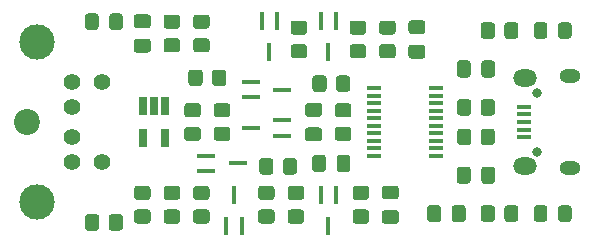
<source format=gbr>
%TF.GenerationSoftware,KiCad,Pcbnew,(5.1.9)-1*%
%TF.CreationDate,2021-12-10T21:49:07-06:00*%
%TF.ProjectId,minirib-usb,6d696e69-7269-4622-9d75-73622e6b6963,A*%
%TF.SameCoordinates,Original*%
%TF.FileFunction,Soldermask,Top*%
%TF.FilePolarity,Negative*%
%FSLAX46Y46*%
G04 Gerber Fmt 4.6, Leading zero omitted, Abs format (unit mm)*
G04 Created by KiCad (PCBNEW (5.1.9)-1) date 2021-12-10 21:49:07*
%MOMM*%
%LPD*%
G01*
G04 APERTURE LIST*
%ADD10C,1.400000*%
%ADD11C,3.000000*%
%ADD12C,2.200000*%
%ADD13R,0.450000X1.500000*%
%ADD14R,1.500000X0.450000*%
%ADD15R,1.200000X0.400000*%
%ADD16R,0.650000X1.560000*%
%ADD17R,1.300000X0.450000*%
%ADD18O,2.000000X1.450000*%
%ADD19O,1.800000X1.150000*%
%ADD20O,0.800000X0.800000*%
G04 APERTURE END LIST*
D10*
%TO.C,J2*%
X128300000Y-101300000D03*
D11*
X125300000Y-93250000D03*
X125300000Y-106750000D03*
D12*
X124500000Y-100000000D03*
D10*
X128300000Y-98700000D03*
X128300000Y-103400000D03*
X130800000Y-96600000D03*
X128300000Y-96600000D03*
X130800000Y-103400000D03*
%TD*%
%TO.C,C1*%
G36*
G01*
X160875000Y-104975000D02*
X160875000Y-104025000D01*
G75*
G02*
X161125000Y-103775000I250000J0D01*
G01*
X161800000Y-103775000D01*
G75*
G02*
X162050000Y-104025000I0J-250000D01*
G01*
X162050000Y-104975000D01*
G75*
G02*
X161800000Y-105225000I-250000J0D01*
G01*
X161125000Y-105225000D01*
G75*
G02*
X160875000Y-104975000I0J250000D01*
G01*
G37*
G36*
G01*
X162950000Y-104975000D02*
X162950000Y-104025000D01*
G75*
G02*
X163200000Y-103775000I250000J0D01*
G01*
X163875000Y-103775000D01*
G75*
G02*
X164125000Y-104025000I0J-250000D01*
G01*
X164125000Y-104975000D01*
G75*
G02*
X163875000Y-105225000I-250000J0D01*
G01*
X163200000Y-105225000D01*
G75*
G02*
X162950000Y-104975000I0J250000D01*
G01*
G37*
%TD*%
%TO.C,C2*%
G36*
G01*
X160450000Y-108225000D02*
X160450000Y-107275000D01*
G75*
G02*
X160700000Y-107025000I250000J0D01*
G01*
X161375000Y-107025000D01*
G75*
G02*
X161625000Y-107275000I0J-250000D01*
G01*
X161625000Y-108225000D01*
G75*
G02*
X161375000Y-108475000I-250000J0D01*
G01*
X160700000Y-108475000D01*
G75*
G02*
X160450000Y-108225000I0J250000D01*
G01*
G37*
G36*
G01*
X158375000Y-108225000D02*
X158375000Y-107275000D01*
G75*
G02*
X158625000Y-107025000I250000J0D01*
G01*
X159300000Y-107025000D01*
G75*
G02*
X159550000Y-107275000I0J-250000D01*
G01*
X159550000Y-108225000D01*
G75*
G02*
X159300000Y-108475000I-250000J0D01*
G01*
X158625000Y-108475000D01*
G75*
G02*
X158375000Y-108225000I0J250000D01*
G01*
G37*
%TD*%
%TO.C,C3*%
G36*
G01*
X134725000Y-92050000D02*
X133775000Y-92050000D01*
G75*
G02*
X133525000Y-91800000I0J250000D01*
G01*
X133525000Y-91125000D01*
G75*
G02*
X133775000Y-90875000I250000J0D01*
G01*
X134725000Y-90875000D01*
G75*
G02*
X134975000Y-91125000I0J-250000D01*
G01*
X134975000Y-91800000D01*
G75*
G02*
X134725000Y-92050000I-250000J0D01*
G01*
G37*
G36*
G01*
X134725000Y-94125000D02*
X133775000Y-94125000D01*
G75*
G02*
X133525000Y-93875000I0J250000D01*
G01*
X133525000Y-93200000D01*
G75*
G02*
X133775000Y-92950000I250000J0D01*
G01*
X134725000Y-92950000D01*
G75*
G02*
X134975000Y-93200000I0J-250000D01*
G01*
X134975000Y-93875000D01*
G75*
G02*
X134725000Y-94125000I-250000J0D01*
G01*
G37*
%TD*%
%TO.C,C4*%
G36*
G01*
X164125000Y-95025000D02*
X164125000Y-95975000D01*
G75*
G02*
X163875000Y-96225000I-250000J0D01*
G01*
X163200000Y-96225000D01*
G75*
G02*
X162950000Y-95975000I0J250000D01*
G01*
X162950000Y-95025000D01*
G75*
G02*
X163200000Y-94775000I250000J0D01*
G01*
X163875000Y-94775000D01*
G75*
G02*
X164125000Y-95025000I0J-250000D01*
G01*
G37*
G36*
G01*
X162050000Y-95025000D02*
X162050000Y-95975000D01*
G75*
G02*
X161800000Y-96225000I-250000J0D01*
G01*
X161125000Y-96225000D01*
G75*
G02*
X160875000Y-95975000I0J250000D01*
G01*
X160875000Y-95025000D01*
G75*
G02*
X161125000Y-94775000I250000J0D01*
G01*
X161800000Y-94775000D01*
G75*
G02*
X162050000Y-95025000I0J-250000D01*
G01*
G37*
%TD*%
%TO.C,C5*%
G36*
G01*
X157975000Y-94625000D02*
X157025000Y-94625000D01*
G75*
G02*
X156775000Y-94375000I0J250000D01*
G01*
X156775000Y-93700000D01*
G75*
G02*
X157025000Y-93450000I250000J0D01*
G01*
X157975000Y-93450000D01*
G75*
G02*
X158225000Y-93700000I0J-250000D01*
G01*
X158225000Y-94375000D01*
G75*
G02*
X157975000Y-94625000I-250000J0D01*
G01*
G37*
G36*
G01*
X157975000Y-92550000D02*
X157025000Y-92550000D01*
G75*
G02*
X156775000Y-92300000I0J250000D01*
G01*
X156775000Y-91625000D01*
G75*
G02*
X157025000Y-91375000I250000J0D01*
G01*
X157975000Y-91375000D01*
G75*
G02*
X158225000Y-91625000I0J-250000D01*
G01*
X158225000Y-92300000D01*
G75*
G02*
X157975000Y-92550000I-250000J0D01*
G01*
G37*
%TD*%
%TO.C,C6*%
G36*
G01*
X154775000Y-105375000D02*
X155725000Y-105375000D01*
G75*
G02*
X155975000Y-105625000I0J-250000D01*
G01*
X155975000Y-106300000D01*
G75*
G02*
X155725000Y-106550000I-250000J0D01*
G01*
X154775000Y-106550000D01*
G75*
G02*
X154525000Y-106300000I0J250000D01*
G01*
X154525000Y-105625000D01*
G75*
G02*
X154775000Y-105375000I250000J0D01*
G01*
G37*
G36*
G01*
X154775000Y-107450000D02*
X155725000Y-107450000D01*
G75*
G02*
X155975000Y-107700000I0J-250000D01*
G01*
X155975000Y-108375000D01*
G75*
G02*
X155725000Y-108625000I-250000J0D01*
G01*
X154775000Y-108625000D01*
G75*
G02*
X154525000Y-108375000I0J250000D01*
G01*
X154525000Y-107700000D01*
G75*
G02*
X154775000Y-107450000I250000J0D01*
G01*
G37*
%TD*%
%TO.C,C7*%
G36*
G01*
X148275000Y-100450000D02*
X149225000Y-100450000D01*
G75*
G02*
X149475000Y-100700000I0J-250000D01*
G01*
X149475000Y-101375000D01*
G75*
G02*
X149225000Y-101625000I-250000J0D01*
G01*
X148275000Y-101625000D01*
G75*
G02*
X148025000Y-101375000I0J250000D01*
G01*
X148025000Y-100700000D01*
G75*
G02*
X148275000Y-100450000I250000J0D01*
G01*
G37*
G36*
G01*
X148275000Y-98375000D02*
X149225000Y-98375000D01*
G75*
G02*
X149475000Y-98625000I0J-250000D01*
G01*
X149475000Y-99300000D01*
G75*
G02*
X149225000Y-99550000I-250000J0D01*
G01*
X148275000Y-99550000D01*
G75*
G02*
X148025000Y-99300000I0J250000D01*
G01*
X148025000Y-98625000D01*
G75*
G02*
X148275000Y-98375000I250000J0D01*
G01*
G37*
%TD*%
%TO.C,C8*%
G36*
G01*
X150700000Y-103975000D02*
X150700000Y-103025000D01*
G75*
G02*
X150950000Y-102775000I250000J0D01*
G01*
X151625000Y-102775000D01*
G75*
G02*
X151875000Y-103025000I0J-250000D01*
G01*
X151875000Y-103975000D01*
G75*
G02*
X151625000Y-104225000I-250000J0D01*
G01*
X150950000Y-104225000D01*
G75*
G02*
X150700000Y-103975000I0J250000D01*
G01*
G37*
G36*
G01*
X148625000Y-103975000D02*
X148625000Y-103025000D01*
G75*
G02*
X148875000Y-102775000I250000J0D01*
G01*
X149550000Y-102775000D01*
G75*
G02*
X149800000Y-103025000I0J-250000D01*
G01*
X149800000Y-103975000D01*
G75*
G02*
X149550000Y-104225000I-250000J0D01*
G01*
X148875000Y-104225000D01*
G75*
G02*
X148625000Y-103975000I0J250000D01*
G01*
G37*
%TD*%
%TO.C,D5*%
G36*
G01*
X170600000Y-91799999D02*
X170600000Y-92700001D01*
G75*
G02*
X170350001Y-92950000I-249999J0D01*
G01*
X169699999Y-92950000D01*
G75*
G02*
X169450000Y-92700001I0J249999D01*
G01*
X169450000Y-91799999D01*
G75*
G02*
X169699999Y-91550000I249999J0D01*
G01*
X170350001Y-91550000D01*
G75*
G02*
X170600000Y-91799999I0J-249999D01*
G01*
G37*
G36*
G01*
X168550000Y-91799999D02*
X168550000Y-92700001D01*
G75*
G02*
X168300001Y-92950000I-249999J0D01*
G01*
X167649999Y-92950000D01*
G75*
G02*
X167400000Y-92700001I0J249999D01*
G01*
X167400000Y-91799999D01*
G75*
G02*
X167649999Y-91550000I249999J0D01*
G01*
X168300001Y-91550000D01*
G75*
G02*
X168550000Y-91799999I0J-249999D01*
G01*
G37*
%TD*%
%TO.C,D6*%
G36*
G01*
X168550000Y-107299999D02*
X168550000Y-108200001D01*
G75*
G02*
X168300001Y-108450000I-249999J0D01*
G01*
X167649999Y-108450000D01*
G75*
G02*
X167400000Y-108200001I0J249999D01*
G01*
X167400000Y-107299999D01*
G75*
G02*
X167649999Y-107050000I249999J0D01*
G01*
X168300001Y-107050000D01*
G75*
G02*
X168550000Y-107299999I0J-249999D01*
G01*
G37*
G36*
G01*
X170600000Y-107299999D02*
X170600000Y-108200001D01*
G75*
G02*
X170350001Y-108450000I-249999J0D01*
G01*
X169699999Y-108450000D01*
G75*
G02*
X169450000Y-108200001I0J249999D01*
G01*
X169450000Y-107299999D01*
G75*
G02*
X169699999Y-107050000I249999J0D01*
G01*
X170350001Y-107050000D01*
G75*
G02*
X170600000Y-107299999I0J-249999D01*
G01*
G37*
%TD*%
%TO.C,D7*%
G36*
G01*
X130550000Y-91049999D02*
X130550000Y-91950001D01*
G75*
G02*
X130300001Y-92200000I-249999J0D01*
G01*
X129649999Y-92200000D01*
G75*
G02*
X129400000Y-91950001I0J249999D01*
G01*
X129400000Y-91049999D01*
G75*
G02*
X129649999Y-90800000I249999J0D01*
G01*
X130300001Y-90800000D01*
G75*
G02*
X130550000Y-91049999I0J-249999D01*
G01*
G37*
G36*
G01*
X132600000Y-91049999D02*
X132600000Y-91950001D01*
G75*
G02*
X132350001Y-92200000I-249999J0D01*
G01*
X131699999Y-92200000D01*
G75*
G02*
X131450000Y-91950001I0J249999D01*
G01*
X131450000Y-91049999D01*
G75*
G02*
X131699999Y-90800000I249999J0D01*
G01*
X132350001Y-90800000D01*
G75*
G02*
X132600000Y-91049999I0J-249999D01*
G01*
G37*
%TD*%
D13*
%TO.C,Q1*%
X150000000Y-94080000D03*
X149350000Y-91420000D03*
X150650000Y-91420000D03*
%TD*%
D14*
%TO.C,Q2*%
X146080000Y-97250000D03*
X143420000Y-97900000D03*
X143420000Y-96600000D03*
%TD*%
D13*
%TO.C,Q3*%
X150650000Y-106170000D03*
X149350000Y-106170000D03*
X150000000Y-108830000D03*
%TD*%
%TO.C,Q4*%
X145000000Y-94080000D03*
X144350000Y-91420000D03*
X145650000Y-91420000D03*
%TD*%
D14*
%TO.C,Q5*%
X143420000Y-100500000D03*
X146080000Y-99850000D03*
X146080000Y-101150000D03*
%TD*%
D13*
%TO.C,Q6*%
X142000000Y-106170000D03*
X142650000Y-108830000D03*
X141350000Y-108830000D03*
%TD*%
D14*
%TO.C,Q7*%
X139670000Y-102850000D03*
X139670000Y-104150000D03*
X142330000Y-103500000D03*
%TD*%
%TO.C,R1*%
G36*
G01*
X162900000Y-101700001D02*
X162900000Y-100799999D01*
G75*
G02*
X163149999Y-100550000I249999J0D01*
G01*
X163850001Y-100550000D01*
G75*
G02*
X164100000Y-100799999I0J-249999D01*
G01*
X164100000Y-101700001D01*
G75*
G02*
X163850001Y-101950000I-249999J0D01*
G01*
X163149999Y-101950000D01*
G75*
G02*
X162900000Y-101700001I0J249999D01*
G01*
G37*
G36*
G01*
X160900000Y-101700001D02*
X160900000Y-100799999D01*
G75*
G02*
X161149999Y-100550000I249999J0D01*
G01*
X161850001Y-100550000D01*
G75*
G02*
X162100000Y-100799999I0J-249999D01*
G01*
X162100000Y-101700001D01*
G75*
G02*
X161850001Y-101950000I-249999J0D01*
G01*
X161149999Y-101950000D01*
G75*
G02*
X160900000Y-101700001I0J249999D01*
G01*
G37*
%TD*%
%TO.C,R2*%
G36*
G01*
X164100000Y-98299999D02*
X164100000Y-99200001D01*
G75*
G02*
X163850001Y-99450000I-249999J0D01*
G01*
X163149999Y-99450000D01*
G75*
G02*
X162900000Y-99200001I0J249999D01*
G01*
X162900000Y-98299999D01*
G75*
G02*
X163149999Y-98050000I249999J0D01*
G01*
X163850001Y-98050000D01*
G75*
G02*
X164100000Y-98299999I0J-249999D01*
G01*
G37*
G36*
G01*
X162100000Y-98299999D02*
X162100000Y-99200001D01*
G75*
G02*
X161850001Y-99450000I-249999J0D01*
G01*
X161149999Y-99450000D01*
G75*
G02*
X160900000Y-99200001I0J249999D01*
G01*
X160900000Y-98299999D01*
G75*
G02*
X161149999Y-98050000I249999J0D01*
G01*
X161850001Y-98050000D01*
G75*
G02*
X162100000Y-98299999I0J-249999D01*
G01*
G37*
%TD*%
%TO.C,R3*%
G36*
G01*
X137200001Y-92100000D02*
X136299999Y-92100000D01*
G75*
G02*
X136050000Y-91850001I0J249999D01*
G01*
X136050000Y-91149999D01*
G75*
G02*
X136299999Y-90900000I249999J0D01*
G01*
X137200001Y-90900000D01*
G75*
G02*
X137450000Y-91149999I0J-249999D01*
G01*
X137450000Y-91850001D01*
G75*
G02*
X137200001Y-92100000I-249999J0D01*
G01*
G37*
G36*
G01*
X137200001Y-94100000D02*
X136299999Y-94100000D01*
G75*
G02*
X136050000Y-93850001I0J249999D01*
G01*
X136050000Y-93149999D01*
G75*
G02*
X136299999Y-92900000I249999J0D01*
G01*
X137200001Y-92900000D01*
G75*
G02*
X137450000Y-93149999I0J-249999D01*
G01*
X137450000Y-93850001D01*
G75*
G02*
X137200001Y-94100000I-249999J0D01*
G01*
G37*
%TD*%
%TO.C,R4*%
G36*
G01*
X138799999Y-92900000D02*
X139700001Y-92900000D01*
G75*
G02*
X139950000Y-93149999I0J-249999D01*
G01*
X139950000Y-93850001D01*
G75*
G02*
X139700001Y-94100000I-249999J0D01*
G01*
X138799999Y-94100000D01*
G75*
G02*
X138550000Y-93850001I0J249999D01*
G01*
X138550000Y-93149999D01*
G75*
G02*
X138799999Y-92900000I249999J0D01*
G01*
G37*
G36*
G01*
X138799999Y-90900000D02*
X139700001Y-90900000D01*
G75*
G02*
X139950000Y-91149999I0J-249999D01*
G01*
X139950000Y-91850001D01*
G75*
G02*
X139700001Y-92100000I-249999J0D01*
G01*
X138799999Y-92100000D01*
G75*
G02*
X138550000Y-91850001I0J249999D01*
G01*
X138550000Y-91149999D01*
G75*
G02*
X138799999Y-90900000I249999J0D01*
G01*
G37*
%TD*%
%TO.C,R5*%
G36*
G01*
X162900000Y-92700001D02*
X162900000Y-91799999D01*
G75*
G02*
X163149999Y-91550000I249999J0D01*
G01*
X163850001Y-91550000D01*
G75*
G02*
X164100000Y-91799999I0J-249999D01*
G01*
X164100000Y-92700001D01*
G75*
G02*
X163850001Y-92950000I-249999J0D01*
G01*
X163149999Y-92950000D01*
G75*
G02*
X162900000Y-92700001I0J249999D01*
G01*
G37*
G36*
G01*
X164900000Y-92700001D02*
X164900000Y-91799999D01*
G75*
G02*
X165149999Y-91550000I249999J0D01*
G01*
X165850001Y-91550000D01*
G75*
G02*
X166100000Y-91799999I0J-249999D01*
G01*
X166100000Y-92700001D01*
G75*
G02*
X165850001Y-92950000I-249999J0D01*
G01*
X165149999Y-92950000D01*
G75*
G02*
X164900000Y-92700001I0J249999D01*
G01*
G37*
%TD*%
%TO.C,R6*%
G36*
G01*
X166100000Y-107299999D02*
X166100000Y-108200001D01*
G75*
G02*
X165850001Y-108450000I-249999J0D01*
G01*
X165149999Y-108450000D01*
G75*
G02*
X164900000Y-108200001I0J249999D01*
G01*
X164900000Y-107299999D01*
G75*
G02*
X165149999Y-107050000I249999J0D01*
G01*
X165850001Y-107050000D01*
G75*
G02*
X166100000Y-107299999I0J-249999D01*
G01*
G37*
G36*
G01*
X164100000Y-107299999D02*
X164100000Y-108200001D01*
G75*
G02*
X163850001Y-108450000I-249999J0D01*
G01*
X163149999Y-108450000D01*
G75*
G02*
X162900000Y-108200001I0J249999D01*
G01*
X162900000Y-107299999D01*
G75*
G02*
X163149999Y-107050000I249999J0D01*
G01*
X163850001Y-107050000D01*
G75*
G02*
X164100000Y-107299999I0J-249999D01*
G01*
G37*
%TD*%
%TO.C,R7*%
G36*
G01*
X152049999Y-93400000D02*
X152950001Y-93400000D01*
G75*
G02*
X153200000Y-93649999I0J-249999D01*
G01*
X153200000Y-94350001D01*
G75*
G02*
X152950001Y-94600000I-249999J0D01*
G01*
X152049999Y-94600000D01*
G75*
G02*
X151800000Y-94350001I0J249999D01*
G01*
X151800000Y-93649999D01*
G75*
G02*
X152049999Y-93400000I249999J0D01*
G01*
G37*
G36*
G01*
X152049999Y-91400000D02*
X152950001Y-91400000D01*
G75*
G02*
X153200000Y-91649999I0J-249999D01*
G01*
X153200000Y-92350001D01*
G75*
G02*
X152950001Y-92600000I-249999J0D01*
G01*
X152049999Y-92600000D01*
G75*
G02*
X151800000Y-92350001I0J249999D01*
G01*
X151800000Y-91649999D01*
G75*
G02*
X152049999Y-91400000I249999J0D01*
G01*
G37*
%TD*%
%TO.C,R8*%
G36*
G01*
X151700001Y-101600000D02*
X150799999Y-101600000D01*
G75*
G02*
X150550000Y-101350001I0J249999D01*
G01*
X150550000Y-100649999D01*
G75*
G02*
X150799999Y-100400000I249999J0D01*
G01*
X151700001Y-100400000D01*
G75*
G02*
X151950000Y-100649999I0J-249999D01*
G01*
X151950000Y-101350001D01*
G75*
G02*
X151700001Y-101600000I-249999J0D01*
G01*
G37*
G36*
G01*
X151700001Y-99600000D02*
X150799999Y-99600000D01*
G75*
G02*
X150550000Y-99350001I0J249999D01*
G01*
X150550000Y-98649999D01*
G75*
G02*
X150799999Y-98400000I249999J0D01*
G01*
X151700001Y-98400000D01*
G75*
G02*
X151950000Y-98649999I0J-249999D01*
G01*
X151950000Y-99350001D01*
G75*
G02*
X151700001Y-99600000I-249999J0D01*
G01*
G37*
%TD*%
%TO.C,R9*%
G36*
G01*
X153200001Y-108600000D02*
X152299999Y-108600000D01*
G75*
G02*
X152050000Y-108350001I0J249999D01*
G01*
X152050000Y-107649999D01*
G75*
G02*
X152299999Y-107400000I249999J0D01*
G01*
X153200001Y-107400000D01*
G75*
G02*
X153450000Y-107649999I0J-249999D01*
G01*
X153450000Y-108350001D01*
G75*
G02*
X153200001Y-108600000I-249999J0D01*
G01*
G37*
G36*
G01*
X153200001Y-106600000D02*
X152299999Y-106600000D01*
G75*
G02*
X152050000Y-106350001I0J249999D01*
G01*
X152050000Y-105649999D01*
G75*
G02*
X152299999Y-105400000I249999J0D01*
G01*
X153200001Y-105400000D01*
G75*
G02*
X153450000Y-105649999I0J-249999D01*
G01*
X153450000Y-106350001D01*
G75*
G02*
X153200001Y-106600000I-249999J0D01*
G01*
G37*
%TD*%
%TO.C,R10*%
G36*
G01*
X154549999Y-91400000D02*
X155450001Y-91400000D01*
G75*
G02*
X155700000Y-91649999I0J-249999D01*
G01*
X155700000Y-92350001D01*
G75*
G02*
X155450001Y-92600000I-249999J0D01*
G01*
X154549999Y-92600000D01*
G75*
G02*
X154300000Y-92350001I0J249999D01*
G01*
X154300000Y-91649999D01*
G75*
G02*
X154549999Y-91400000I249999J0D01*
G01*
G37*
G36*
G01*
X154549999Y-93400000D02*
X155450001Y-93400000D01*
G75*
G02*
X155700000Y-93649999I0J-249999D01*
G01*
X155700000Y-94350001D01*
G75*
G02*
X155450001Y-94600000I-249999J0D01*
G01*
X154549999Y-94600000D01*
G75*
G02*
X154300000Y-94350001I0J249999D01*
G01*
X154300000Y-93649999D01*
G75*
G02*
X154549999Y-93400000I249999J0D01*
G01*
G37*
%TD*%
%TO.C,R11*%
G36*
G01*
X149850000Y-96299999D02*
X149850000Y-97200001D01*
G75*
G02*
X149600001Y-97450000I-249999J0D01*
G01*
X148899999Y-97450000D01*
G75*
G02*
X148650000Y-97200001I0J249999D01*
G01*
X148650000Y-96299999D01*
G75*
G02*
X148899999Y-96050000I249999J0D01*
G01*
X149600001Y-96050000D01*
G75*
G02*
X149850000Y-96299999I0J-249999D01*
G01*
G37*
G36*
G01*
X151850000Y-96299999D02*
X151850000Y-97200001D01*
G75*
G02*
X151600001Y-97450000I-249999J0D01*
G01*
X150899999Y-97450000D01*
G75*
G02*
X150650000Y-97200001I0J249999D01*
G01*
X150650000Y-96299999D01*
G75*
G02*
X150899999Y-96050000I249999J0D01*
G01*
X151600001Y-96050000D01*
G75*
G02*
X151850000Y-96299999I0J-249999D01*
G01*
G37*
%TD*%
%TO.C,R12*%
G36*
G01*
X147049999Y-91400000D02*
X147950001Y-91400000D01*
G75*
G02*
X148200000Y-91649999I0J-249999D01*
G01*
X148200000Y-92350001D01*
G75*
G02*
X147950001Y-92600000I-249999J0D01*
G01*
X147049999Y-92600000D01*
G75*
G02*
X146800000Y-92350001I0J249999D01*
G01*
X146800000Y-91649999D01*
G75*
G02*
X147049999Y-91400000I249999J0D01*
G01*
G37*
G36*
G01*
X147049999Y-93400000D02*
X147950001Y-93400000D01*
G75*
G02*
X148200000Y-93649999I0J-249999D01*
G01*
X148200000Y-94350001D01*
G75*
G02*
X147950001Y-94600000I-249999J0D01*
G01*
X147049999Y-94600000D01*
G75*
G02*
X146800000Y-94350001I0J249999D01*
G01*
X146800000Y-93649999D01*
G75*
G02*
X147049999Y-93400000I249999J0D01*
G01*
G37*
%TD*%
%TO.C,R13*%
G36*
G01*
X138150000Y-96700001D02*
X138150000Y-95799999D01*
G75*
G02*
X138399999Y-95550000I249999J0D01*
G01*
X139100001Y-95550000D01*
G75*
G02*
X139350000Y-95799999I0J-249999D01*
G01*
X139350000Y-96700001D01*
G75*
G02*
X139100001Y-96950000I-249999J0D01*
G01*
X138399999Y-96950000D01*
G75*
G02*
X138150000Y-96700001I0J249999D01*
G01*
G37*
G36*
G01*
X140150000Y-96700001D02*
X140150000Y-95799999D01*
G75*
G02*
X140399999Y-95550000I249999J0D01*
G01*
X141100001Y-95550000D01*
G75*
G02*
X141350000Y-95799999I0J-249999D01*
G01*
X141350000Y-96700001D01*
G75*
G02*
X141100001Y-96950000I-249999J0D01*
G01*
X140399999Y-96950000D01*
G75*
G02*
X140150000Y-96700001I0J249999D01*
G01*
G37*
%TD*%
%TO.C,R14*%
G36*
G01*
X147700001Y-108600000D02*
X146799999Y-108600000D01*
G75*
G02*
X146550000Y-108350001I0J249999D01*
G01*
X146550000Y-107649999D01*
G75*
G02*
X146799999Y-107400000I249999J0D01*
G01*
X147700001Y-107400000D01*
G75*
G02*
X147950000Y-107649999I0J-249999D01*
G01*
X147950000Y-108350001D01*
G75*
G02*
X147700001Y-108600000I-249999J0D01*
G01*
G37*
G36*
G01*
X147700001Y-106600000D02*
X146799999Y-106600000D01*
G75*
G02*
X146550000Y-106350001I0J249999D01*
G01*
X146550000Y-105649999D01*
G75*
G02*
X146799999Y-105400000I249999J0D01*
G01*
X147700001Y-105400000D01*
G75*
G02*
X147950000Y-105649999I0J-249999D01*
G01*
X147950000Y-106350001D01*
G75*
G02*
X147700001Y-106600000I-249999J0D01*
G01*
G37*
%TD*%
%TO.C,R15*%
G36*
G01*
X141450001Y-101600000D02*
X140549999Y-101600000D01*
G75*
G02*
X140300000Y-101350001I0J249999D01*
G01*
X140300000Y-100649999D01*
G75*
G02*
X140549999Y-100400000I249999J0D01*
G01*
X141450001Y-100400000D01*
G75*
G02*
X141700000Y-100649999I0J-249999D01*
G01*
X141700000Y-101350001D01*
G75*
G02*
X141450001Y-101600000I-249999J0D01*
G01*
G37*
G36*
G01*
X141450001Y-99600000D02*
X140549999Y-99600000D01*
G75*
G02*
X140300000Y-99350001I0J249999D01*
G01*
X140300000Y-98649999D01*
G75*
G02*
X140549999Y-98400000I249999J0D01*
G01*
X141450001Y-98400000D01*
G75*
G02*
X141700000Y-98649999I0J-249999D01*
G01*
X141700000Y-99350001D01*
G75*
G02*
X141450001Y-99600000I-249999J0D01*
G01*
G37*
%TD*%
%TO.C,R16*%
G36*
G01*
X145200001Y-106600000D02*
X144299999Y-106600000D01*
G75*
G02*
X144050000Y-106350001I0J249999D01*
G01*
X144050000Y-105649999D01*
G75*
G02*
X144299999Y-105400000I249999J0D01*
G01*
X145200001Y-105400000D01*
G75*
G02*
X145450000Y-105649999I0J-249999D01*
G01*
X145450000Y-106350001D01*
G75*
G02*
X145200001Y-106600000I-249999J0D01*
G01*
G37*
G36*
G01*
X145200001Y-108600000D02*
X144299999Y-108600000D01*
G75*
G02*
X144050000Y-108350001I0J249999D01*
G01*
X144050000Y-107649999D01*
G75*
G02*
X144299999Y-107400000I249999J0D01*
G01*
X145200001Y-107400000D01*
G75*
G02*
X145450000Y-107649999I0J-249999D01*
G01*
X145450000Y-108350001D01*
G75*
G02*
X145200001Y-108600000I-249999J0D01*
G01*
G37*
%TD*%
%TO.C,R17*%
G36*
G01*
X138950001Y-101600000D02*
X138049999Y-101600000D01*
G75*
G02*
X137800000Y-101350001I0J249999D01*
G01*
X137800000Y-100649999D01*
G75*
G02*
X138049999Y-100400000I249999J0D01*
G01*
X138950001Y-100400000D01*
G75*
G02*
X139200000Y-100649999I0J-249999D01*
G01*
X139200000Y-101350001D01*
G75*
G02*
X138950001Y-101600000I-249999J0D01*
G01*
G37*
G36*
G01*
X138950001Y-99600000D02*
X138049999Y-99600000D01*
G75*
G02*
X137800000Y-99350001I0J249999D01*
G01*
X137800000Y-98649999D01*
G75*
G02*
X138049999Y-98400000I249999J0D01*
G01*
X138950001Y-98400000D01*
G75*
G02*
X139200000Y-98649999I0J-249999D01*
G01*
X139200000Y-99350001D01*
G75*
G02*
X138950001Y-99600000I-249999J0D01*
G01*
G37*
%TD*%
%TO.C,R18*%
G36*
G01*
X139700001Y-106600000D02*
X138799999Y-106600000D01*
G75*
G02*
X138550000Y-106350001I0J249999D01*
G01*
X138550000Y-105649999D01*
G75*
G02*
X138799999Y-105400000I249999J0D01*
G01*
X139700001Y-105400000D01*
G75*
G02*
X139950000Y-105649999I0J-249999D01*
G01*
X139950000Y-106350001D01*
G75*
G02*
X139700001Y-106600000I-249999J0D01*
G01*
G37*
G36*
G01*
X139700001Y-108600000D02*
X138799999Y-108600000D01*
G75*
G02*
X138550000Y-108350001I0J249999D01*
G01*
X138550000Y-107649999D01*
G75*
G02*
X138799999Y-107400000I249999J0D01*
G01*
X139700001Y-107400000D01*
G75*
G02*
X139950000Y-107649999I0J-249999D01*
G01*
X139950000Y-108350001D01*
G75*
G02*
X139700001Y-108600000I-249999J0D01*
G01*
G37*
%TD*%
%TO.C,R19*%
G36*
G01*
X137200001Y-108600000D02*
X136299999Y-108600000D01*
G75*
G02*
X136050000Y-108350001I0J249999D01*
G01*
X136050000Y-107649999D01*
G75*
G02*
X136299999Y-107400000I249999J0D01*
G01*
X137200001Y-107400000D01*
G75*
G02*
X137450000Y-107649999I0J-249999D01*
G01*
X137450000Y-108350001D01*
G75*
G02*
X137200001Y-108600000I-249999J0D01*
G01*
G37*
G36*
G01*
X137200001Y-106600000D02*
X136299999Y-106600000D01*
G75*
G02*
X136050000Y-106350001I0J249999D01*
G01*
X136050000Y-105649999D01*
G75*
G02*
X136299999Y-105400000I249999J0D01*
G01*
X137200001Y-105400000D01*
G75*
G02*
X137450000Y-105649999I0J-249999D01*
G01*
X137450000Y-106350001D01*
G75*
G02*
X137200001Y-106600000I-249999J0D01*
G01*
G37*
%TD*%
%TO.C,R20*%
G36*
G01*
X144150000Y-104200001D02*
X144150000Y-103299999D01*
G75*
G02*
X144399999Y-103050000I249999J0D01*
G01*
X145100001Y-103050000D01*
G75*
G02*
X145350000Y-103299999I0J-249999D01*
G01*
X145350000Y-104200001D01*
G75*
G02*
X145100001Y-104450000I-249999J0D01*
G01*
X144399999Y-104450000D01*
G75*
G02*
X144150000Y-104200001I0J249999D01*
G01*
G37*
G36*
G01*
X146150000Y-104200001D02*
X146150000Y-103299999D01*
G75*
G02*
X146399999Y-103050000I249999J0D01*
G01*
X147100001Y-103050000D01*
G75*
G02*
X147350000Y-103299999I0J-249999D01*
G01*
X147350000Y-104200001D01*
G75*
G02*
X147100001Y-104450000I-249999J0D01*
G01*
X146399999Y-104450000D01*
G75*
G02*
X146150000Y-104200001I0J249999D01*
G01*
G37*
%TD*%
%TO.C,R21*%
G36*
G01*
X134700001Y-106600000D02*
X133799999Y-106600000D01*
G75*
G02*
X133550000Y-106350001I0J249999D01*
G01*
X133550000Y-105649999D01*
G75*
G02*
X133799999Y-105400000I249999J0D01*
G01*
X134700001Y-105400000D01*
G75*
G02*
X134950000Y-105649999I0J-249999D01*
G01*
X134950000Y-106350001D01*
G75*
G02*
X134700001Y-106600000I-249999J0D01*
G01*
G37*
G36*
G01*
X134700001Y-108600000D02*
X133799999Y-108600000D01*
G75*
G02*
X133550000Y-108350001I0J249999D01*
G01*
X133550000Y-107649999D01*
G75*
G02*
X133799999Y-107400000I249999J0D01*
G01*
X134700001Y-107400000D01*
G75*
G02*
X134950000Y-107649999I0J-249999D01*
G01*
X134950000Y-108350001D01*
G75*
G02*
X134700001Y-108600000I-249999J0D01*
G01*
G37*
%TD*%
%TO.C,R22*%
G36*
G01*
X130600000Y-108049999D02*
X130600000Y-108950001D01*
G75*
G02*
X130350001Y-109200000I-249999J0D01*
G01*
X129649999Y-109200000D01*
G75*
G02*
X129400000Y-108950001I0J249999D01*
G01*
X129400000Y-108049999D01*
G75*
G02*
X129649999Y-107800000I249999J0D01*
G01*
X130350001Y-107800000D01*
G75*
G02*
X130600000Y-108049999I0J-249999D01*
G01*
G37*
G36*
G01*
X132600000Y-108049999D02*
X132600000Y-108950001D01*
G75*
G02*
X132350001Y-109200000I-249999J0D01*
G01*
X131649999Y-109200000D01*
G75*
G02*
X131400000Y-108950001I0J249999D01*
G01*
X131400000Y-108049999D01*
G75*
G02*
X131649999Y-107800000I249999J0D01*
G01*
X132350001Y-107800000D01*
G75*
G02*
X132600000Y-108049999I0J-249999D01*
G01*
G37*
%TD*%
D15*
%TO.C,U1*%
X153900000Y-97142500D03*
X153900000Y-97777500D03*
X153900000Y-98412500D03*
X153900000Y-99047500D03*
X153900000Y-99682500D03*
X153900000Y-100317500D03*
X153900000Y-100952500D03*
X153900000Y-101587500D03*
X153900000Y-102222500D03*
X153900000Y-102857500D03*
X159100000Y-102857500D03*
X159100000Y-102222500D03*
X159100000Y-101587500D03*
X159100000Y-100952500D03*
X159100000Y-100317500D03*
X159100000Y-99682500D03*
X159100000Y-99047500D03*
X159100000Y-98412500D03*
X159100000Y-97777500D03*
X159100000Y-97142500D03*
%TD*%
D16*
%TO.C,U2*%
X136200000Y-98650000D03*
X135250000Y-98650000D03*
X134300000Y-98650000D03*
X134300000Y-101350000D03*
X136200000Y-101350000D03*
%TD*%
D17*
%TO.C,J1*%
X166600000Y-101300000D03*
X166600000Y-100650000D03*
X166600000Y-100000000D03*
X166600000Y-99350000D03*
X166600000Y-98700000D03*
D18*
X166650000Y-103725000D03*
X166650000Y-96275000D03*
D19*
X170450000Y-103875000D03*
X170450000Y-96125000D03*
D20*
X167700000Y-102500000D03*
X167700000Y-97500000D03*
%TD*%
M02*

</source>
